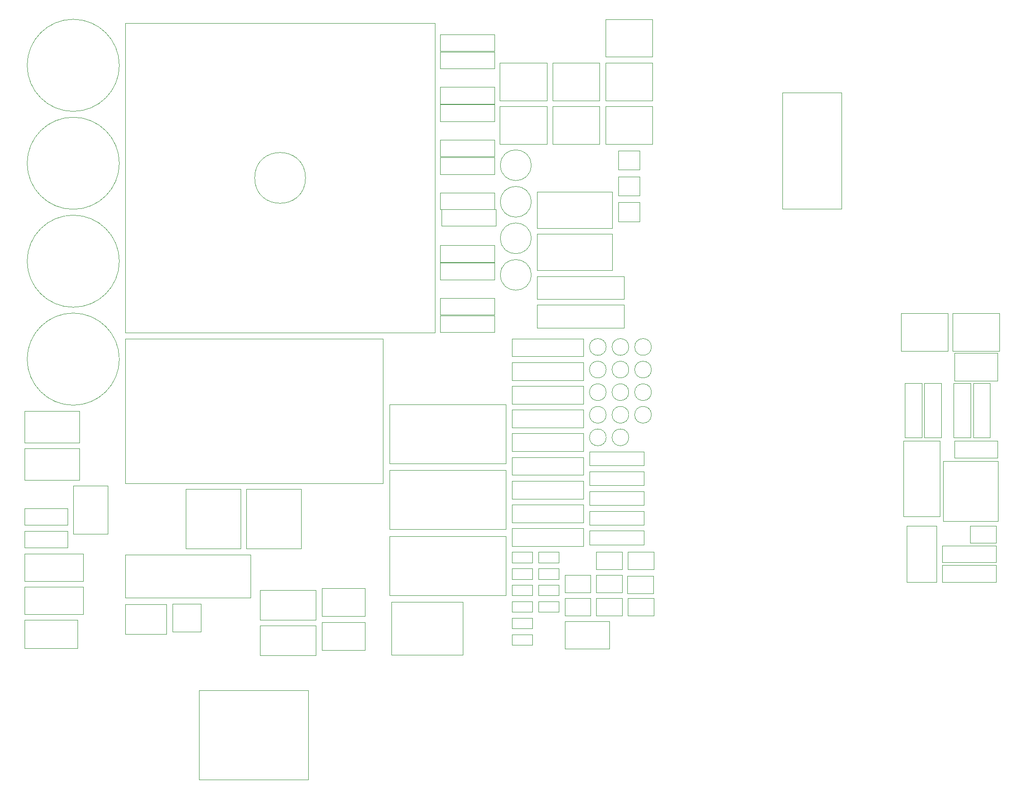
<source format=gbr>
%TF.GenerationSoftware,KiCad,Pcbnew,8.0.5*%
%TF.CreationDate,2024-09-22T13:44:18+02:00*%
%TF.ProjectId,gain_box,6761696e-5f62-46f7-982e-6b696361645f,rev?*%
%TF.SameCoordinates,Original*%
%TF.FileFunction,Other,User*%
%FSLAX46Y46*%
G04 Gerber Fmt 4.6, Leading zero omitted, Abs format (unit mm)*
G04 Created by KiCad (PCBNEW 8.0.5) date 2024-09-22 13:44:18*
%MOMM*%
%LPD*%
G01*
G04 APERTURE LIST*
%ADD10C,0.050000*%
G04 APERTURE END LIST*
D10*
%TO.C,U2*%
X79350000Y-122430000D02*
X79350000Y-133130000D01*
X79350000Y-133130000D02*
X89150000Y-133130000D01*
X89150000Y-122430000D02*
X79350000Y-122430000D01*
X89150000Y-133130000D02*
X89150000Y-122430000D01*
%TO.C,D1*%
X151650000Y-115730000D02*
X151650000Y-118230000D01*
X151650000Y-118230000D02*
X161370000Y-118230000D01*
X161370000Y-115730000D02*
X151650000Y-115730000D01*
X161370000Y-118230000D02*
X161370000Y-115730000D01*
%TO.C,C1*%
X217050000Y-98080000D02*
X217050000Y-103080000D01*
X217050000Y-103080000D02*
X224750000Y-103080000D01*
X224750000Y-98080000D02*
X217050000Y-98080000D01*
X224750000Y-103080000D02*
X224750000Y-98080000D01*
%TO.C,R17*%
X142250000Y-89460000D02*
X142250000Y-93560000D01*
X142250000Y-93560000D02*
X157850000Y-93560000D01*
X157850000Y-89460000D02*
X142250000Y-89460000D01*
X157850000Y-93560000D02*
X157850000Y-89460000D01*
%TO.C,R26*%
X137740000Y-148480000D02*
X141440000Y-148480000D01*
X137740000Y-150380000D02*
X137740000Y-148480000D01*
X141440000Y-148480000D02*
X141440000Y-150380000D01*
X141440000Y-150380000D02*
X137740000Y-150380000D01*
%TO.C,R8*%
X124950000Y-59860000D02*
X124950000Y-62860000D01*
X124950000Y-62860000D02*
X134670000Y-62860000D01*
X134670000Y-59860000D02*
X124950000Y-59860000D01*
X134670000Y-62860000D02*
X134670000Y-59860000D01*
%TO.C,R21*%
X137740000Y-142580000D02*
X141440000Y-142580000D01*
X137740000Y-144480000D02*
X137740000Y-142580000D01*
X141440000Y-142580000D02*
X141440000Y-144480000D01*
X141440000Y-144480000D02*
X137740000Y-144480000D01*
%TO.C,R3*%
X124950000Y-44110000D02*
X124950000Y-47110000D01*
X124950000Y-47110000D02*
X134670000Y-47110000D01*
X134670000Y-44110000D02*
X124950000Y-44110000D01*
X134670000Y-47110000D02*
X134670000Y-44110000D01*
%TO.C,J7*%
X154520000Y-38260000D02*
X154520000Y-45010000D01*
X154520000Y-45010000D02*
X162920000Y-45010000D01*
X162920000Y-38260000D02*
X154520000Y-38260000D01*
X162920000Y-45010000D02*
X162920000Y-38260000D01*
%TO.C,D6*%
X137740000Y-95480000D02*
X137740000Y-98680000D01*
X137740000Y-98680000D02*
X150600000Y-98680000D01*
X150600000Y-95480000D02*
X137740000Y-95480000D01*
X150600000Y-98680000D02*
X150600000Y-95480000D01*
%TO.C,R29*%
X142490000Y-139630000D02*
X146190000Y-139630000D01*
X142490000Y-141530000D02*
X142490000Y-139630000D01*
X146190000Y-139630000D02*
X146190000Y-141530000D01*
X146190000Y-141530000D02*
X142490000Y-141530000D01*
%TO.C,J11*%
X116195000Y-142660000D02*
X116195000Y-152160000D01*
X116195000Y-152160000D02*
X129015000Y-152160000D01*
X129015000Y-142660000D02*
X116195000Y-142660000D01*
X129015000Y-152160000D02*
X129015000Y-142660000D01*
%TO.C,RV1*%
X208480000Y-129065000D02*
X208480000Y-139095000D01*
X208480000Y-139095000D02*
X213810000Y-139095000D01*
X213810000Y-129065000D02*
X208480000Y-129065000D01*
X213810000Y-139095000D02*
X213810000Y-129065000D01*
%TO.C,R15*%
X124950000Y-81910000D02*
X124950000Y-84910000D01*
X124950000Y-84910000D02*
X134670000Y-84910000D01*
X134670000Y-81910000D02*
X124950000Y-81910000D01*
X134670000Y-84910000D02*
X134670000Y-81910000D01*
%TO.C,F1*%
X68500000Y-134180000D02*
X68500000Y-141880000D01*
X68500000Y-134180000D02*
X90940000Y-134180000D01*
X90940000Y-141880000D02*
X68500000Y-141880000D01*
X90940000Y-141880000D02*
X90940000Y-134180000D01*
%TO.C,C6*%
X50480000Y-129960000D02*
X50480000Y-132960000D01*
X50480000Y-132960000D02*
X58180000Y-132960000D01*
X58180000Y-129960000D02*
X50480000Y-129960000D01*
X58180000Y-132960000D02*
X58180000Y-129960000D01*
%TO.C,R7*%
X220400000Y-103470000D02*
X220400000Y-113190000D01*
X220400000Y-113190000D02*
X223400000Y-113190000D01*
X223400000Y-103470000D02*
X220400000Y-103470000D01*
X223400000Y-113190000D02*
X223400000Y-103470000D01*
%TO.C,TP2*%
X154650000Y-101030000D02*
G75*
G02*
X151650000Y-101030000I-1500000J0D01*
G01*
X151650000Y-101030000D02*
G75*
G02*
X154650000Y-101030000I1500000J0D01*
G01*
%TO.C,TP13*%
X162750000Y-105080000D02*
G75*
G02*
X159750000Y-105080000I-1500000J0D01*
G01*
X159750000Y-105080000D02*
G75*
G02*
X162750000Y-105080000I1500000J0D01*
G01*
%TO.C,K1*%
X186210000Y-72220000D02*
X186210000Y-51420000D01*
X186210000Y-72220000D02*
X196810000Y-72220000D01*
X196810000Y-51420000D02*
X186210000Y-51420000D01*
X196810000Y-51420000D02*
X196810000Y-72220000D01*
%TO.C,R13*%
X211650000Y-103470000D02*
X211650000Y-113190000D01*
X211650000Y-113190000D02*
X214650000Y-113190000D01*
X214650000Y-103470000D02*
X211650000Y-103470000D01*
X214650000Y-113190000D02*
X214650000Y-103470000D01*
%TO.C,D14*%
X137740000Y-129480000D02*
X137740000Y-132680000D01*
X137740000Y-132680000D02*
X150600000Y-132680000D01*
X150600000Y-129480000D02*
X137740000Y-129480000D01*
X150600000Y-132680000D02*
X150600000Y-129480000D01*
%TO.C,R6*%
X124950000Y-53560000D02*
X124950000Y-56560000D01*
X124950000Y-56560000D02*
X134670000Y-56560000D01*
X134670000Y-53560000D02*
X124950000Y-53560000D01*
X134670000Y-56560000D02*
X134670000Y-53560000D01*
%TO.C,TP8*%
X158700000Y-105080000D02*
G75*
G02*
X155700000Y-105080000I-1500000J0D01*
G01*
X155700000Y-105080000D02*
G75*
G02*
X158700000Y-105080000I1500000J0D01*
G01*
%TO.C,TP6*%
X158700000Y-96980000D02*
G75*
G02*
X155700000Y-96980000I-1500000J0D01*
G01*
X155700000Y-96980000D02*
G75*
G02*
X158700000Y-96980000I1500000J0D01*
G01*
%TO.C,C18*%
X158540000Y-142030000D02*
X158540000Y-145130000D01*
X158540000Y-145130000D02*
X163140000Y-145130000D01*
X163140000Y-142030000D02*
X158540000Y-142030000D01*
X163140000Y-145130000D02*
X163140000Y-142030000D01*
%TO.C,J5*%
X145070000Y-46060000D02*
X145070000Y-52810000D01*
X145070000Y-52810000D02*
X153470000Y-52810000D01*
X153470000Y-46060000D02*
X145070000Y-46060000D01*
X153470000Y-52810000D02*
X153470000Y-46060000D01*
%TO.C,TP9*%
X158700000Y-109130000D02*
G75*
G02*
X155700000Y-109130000I-1500000J0D01*
G01*
X155700000Y-109130000D02*
G75*
G02*
X158700000Y-109130000I1500000J0D01*
G01*
%TO.C,C25*%
X141209775Y-70960000D02*
G75*
G02*
X135709775Y-70960000I-2750000J0D01*
G01*
X135709775Y-70960000D02*
G75*
G02*
X141209775Y-70960000I2750000J0D01*
G01*
%TO.C,TP1*%
X154650000Y-96980000D02*
G75*
G02*
X151650000Y-96980000I-1500000J0D01*
G01*
X151650000Y-96980000D02*
G75*
G02*
X154650000Y-96980000I1500000J0D01*
G01*
%TO.C,C9*%
X142250000Y-76760000D02*
X142250000Y-83260000D01*
X142250000Y-83260000D02*
X155750000Y-83260000D01*
X155750000Y-76760000D02*
X142250000Y-76760000D01*
X155750000Y-83260000D02*
X155750000Y-76760000D01*
%TO.C,C12*%
X147240000Y-142030000D02*
X147240000Y-145130000D01*
X147240000Y-145130000D02*
X151840000Y-145130000D01*
X151840000Y-142030000D02*
X147240000Y-142030000D01*
X151840000Y-145130000D02*
X151840000Y-142030000D01*
%TO.C,R14*%
X124950000Y-78760000D02*
X124950000Y-81760000D01*
X124950000Y-81760000D02*
X134670000Y-81760000D01*
X134670000Y-78760000D02*
X124950000Y-78760000D01*
X134670000Y-81760000D02*
X134670000Y-78760000D01*
%TO.C,U1*%
X215000000Y-117480000D02*
X215000000Y-128180000D01*
X215000000Y-128180000D02*
X224800000Y-128180000D01*
X224800000Y-117480000D02*
X215000000Y-117480000D01*
X224800000Y-128180000D02*
X224800000Y-117480000D01*
%TO.C,R1*%
X216900000Y-103470000D02*
X216900000Y-113190000D01*
X216900000Y-113190000D02*
X219900000Y-113190000D01*
X219900000Y-103470000D02*
X216900000Y-103470000D01*
X219900000Y-113190000D02*
X219900000Y-103470000D01*
%TO.C,C21*%
X67454491Y-64060000D02*
G75*
G02*
X50954491Y-64060000I-8250000J0D01*
G01*
X50954491Y-64060000D02*
G75*
G02*
X67454491Y-64060000I8250000J0D01*
G01*
%TO.C,TP4*%
X154650000Y-109130000D02*
G75*
G02*
X151650000Y-109130000I-1500000J0D01*
G01*
X151650000Y-109130000D02*
G75*
G02*
X154650000Y-109130000I1500000J0D01*
G01*
%TO.C,D2*%
X151650000Y-119280000D02*
X151650000Y-121780000D01*
X151650000Y-121780000D02*
X161370000Y-121780000D01*
X161370000Y-119280000D02*
X151650000Y-119280000D01*
X161370000Y-121780000D02*
X161370000Y-119280000D01*
%TO.C,C17*%
X158480000Y-138030000D02*
X158480000Y-141130000D01*
X158480000Y-141130000D02*
X163080000Y-141130000D01*
X163080000Y-138030000D02*
X158480000Y-138030000D01*
X163080000Y-141130000D02*
X163080000Y-138030000D01*
%TO.C,C26*%
X141209775Y-77510000D02*
G75*
G02*
X135709775Y-77510000I-2750000J0D01*
G01*
X135709775Y-77510000D02*
G75*
G02*
X141209775Y-77510000I2750000J0D01*
G01*
%TO.C,U10*%
X50480000Y-115160000D02*
X50480000Y-120810000D01*
X50480000Y-120810000D02*
X60280000Y-120810000D01*
X60280000Y-115160000D02*
X50480000Y-115160000D01*
X60280000Y-120810000D02*
X60280000Y-115160000D01*
%TO.C,R12*%
X125160000Y-72300000D02*
X125160000Y-75300000D01*
X125160000Y-75300000D02*
X134880000Y-75300000D01*
X134880000Y-72300000D02*
X125160000Y-72300000D01*
X134880000Y-75300000D02*
X134880000Y-72300000D01*
%TO.C,C16*%
X158540000Y-133730000D02*
X158540000Y-136830000D01*
X158540000Y-136830000D02*
X163140000Y-136830000D01*
X163140000Y-133730000D02*
X158540000Y-133730000D01*
X163140000Y-136830000D02*
X163140000Y-133730000D01*
%TO.C,TP3*%
X154650000Y-105080000D02*
G75*
G02*
X151650000Y-105080000I-1500000J0D01*
G01*
X151650000Y-105080000D02*
G75*
G02*
X154650000Y-105080000I1500000J0D01*
G01*
%TO.C,J8*%
X154520000Y-46060000D02*
X154520000Y-52810000D01*
X154520000Y-52810000D02*
X162920000Y-52810000D01*
X162920000Y-46060000D02*
X154520000Y-46060000D01*
X162920000Y-52810000D02*
X162920000Y-46060000D01*
%TO.C,TP10*%
X158700000Y-113180000D02*
G75*
G02*
X155700000Y-113180000I-1500000J0D01*
G01*
X155700000Y-113180000D02*
G75*
G02*
X158700000Y-113180000I1500000J0D01*
G01*
%TO.C,R5*%
X124950000Y-50410000D02*
X124950000Y-53410000D01*
X124950000Y-53410000D02*
X134670000Y-53410000D01*
X134670000Y-50410000D02*
X124950000Y-50410000D01*
X134670000Y-53410000D02*
X134670000Y-50410000D01*
%TO.C,C11*%
X147240000Y-137880000D02*
X147240000Y-140980000D01*
X147240000Y-140980000D02*
X151840000Y-140980000D01*
X151840000Y-137880000D02*
X147240000Y-137880000D01*
X151840000Y-140980000D02*
X151840000Y-137880000D01*
%TO.C,Q3*%
X156800000Y-71085000D02*
X156800000Y-74485000D01*
X156800000Y-74485000D02*
X160640000Y-74485000D01*
X160640000Y-71085000D02*
X156800000Y-71085000D01*
X160640000Y-74485000D02*
X160640000Y-71085000D01*
%TO.C,D11*%
X137740000Y-116730000D02*
X137740000Y-119930000D01*
X137740000Y-119930000D02*
X150600000Y-119930000D01*
X150600000Y-116730000D02*
X137740000Y-116730000D01*
X150600000Y-119930000D02*
X150600000Y-116730000D01*
%TO.C,K4*%
X81690000Y-158545000D02*
X101290000Y-158545000D01*
X81690000Y-174545000D02*
X81690000Y-158545000D01*
X101290000Y-158545000D02*
X101290000Y-174545000D01*
X101290000Y-174545000D02*
X81690000Y-174545000D01*
%TO.C,R4*%
X208150000Y-103470000D02*
X208150000Y-113190000D01*
X208150000Y-113190000D02*
X211150000Y-113190000D01*
X211150000Y-103470000D02*
X208150000Y-103470000D01*
X211150000Y-113190000D02*
X211150000Y-103470000D01*
%TO.C,U4*%
X50480000Y-134010000D02*
X50480000Y-138920000D01*
X50480000Y-138920000D02*
X60980000Y-138920000D01*
X60980000Y-134010000D02*
X50480000Y-134010000D01*
X60980000Y-138920000D02*
X60980000Y-134010000D01*
%TO.C,R18*%
X137740000Y-133730000D02*
X141440000Y-133730000D01*
X137740000Y-135630000D02*
X137740000Y-133730000D01*
X141440000Y-133730000D02*
X141440000Y-135630000D01*
X141440000Y-135630000D02*
X137740000Y-135630000D01*
%TO.C,R24*%
X124950000Y-91360000D02*
X124950000Y-94360000D01*
X124950000Y-94360000D02*
X134670000Y-94360000D01*
X134670000Y-91360000D02*
X124950000Y-91360000D01*
X134670000Y-94360000D02*
X134670000Y-91360000D01*
%TO.C,R27*%
X142490000Y-133730000D02*
X146190000Y-133730000D01*
X142490000Y-135630000D02*
X142490000Y-133730000D01*
X146190000Y-133730000D02*
X146190000Y-135630000D01*
X146190000Y-135630000D02*
X142490000Y-135630000D01*
%TO.C,T1*%
X68500000Y-38935000D02*
X68500000Y-94435000D01*
X68500000Y-94435000D02*
X124000000Y-94435000D01*
X124000000Y-38935000D02*
X68500000Y-38935000D01*
X124000000Y-94435000D02*
X124000000Y-38935000D01*
X100800000Y-66685000D02*
G75*
G02*
X91700000Y-66685000I-4550000J0D01*
G01*
X91700000Y-66685000D02*
G75*
G02*
X100800000Y-66685000I4550000J0D01*
G01*
%TO.C,J2*%
X135620000Y-46060000D02*
X135620000Y-52810000D01*
X135620000Y-52810000D02*
X144020000Y-52810000D01*
X144020000Y-46060000D02*
X135620000Y-46060000D01*
X144020000Y-52810000D02*
X144020000Y-46060000D01*
%TO.C,RV2*%
X92650000Y-140560000D02*
X92650000Y-145890000D01*
X92650000Y-145890000D02*
X102680000Y-145890000D01*
X102680000Y-140560000D02*
X92650000Y-140560000D01*
X102680000Y-145890000D02*
X102680000Y-140560000D01*
%TO.C,D5*%
X151650000Y-129930000D02*
X151650000Y-132430000D01*
X151650000Y-132430000D02*
X161370000Y-132430000D01*
X161370000Y-129930000D02*
X151650000Y-129930000D01*
X161370000Y-132430000D02*
X161370000Y-129930000D01*
%TO.C,C7*%
X207900000Y-113830000D02*
X207900000Y-127330000D01*
X207900000Y-127330000D02*
X214400000Y-127330000D01*
X214400000Y-113830000D02*
X207900000Y-113830000D01*
X214400000Y-127330000D02*
X214400000Y-113830000D01*
%TO.C,R20*%
X137740000Y-139630000D02*
X141440000Y-139630000D01*
X137740000Y-141530000D02*
X137740000Y-139630000D01*
X141440000Y-139630000D02*
X141440000Y-141530000D01*
X141440000Y-141530000D02*
X137740000Y-141530000D01*
%TO.C,J4*%
X207450000Y-90930000D02*
X207450000Y-97680000D01*
X207450000Y-97680000D02*
X215850000Y-97680000D01*
X215850000Y-90930000D02*
X207450000Y-90930000D01*
X215850000Y-97680000D02*
X215850000Y-90930000D01*
%TO.C,D4*%
X151650000Y-126380000D02*
X151650000Y-128880000D01*
X151650000Y-128880000D02*
X161370000Y-128880000D01*
X161370000Y-126380000D02*
X151650000Y-126380000D01*
X161370000Y-128880000D02*
X161370000Y-126380000D01*
%TO.C,J9*%
X154520000Y-53860000D02*
X154520000Y-60610000D01*
X154520000Y-60610000D02*
X162920000Y-60610000D01*
X162920000Y-53860000D02*
X154520000Y-53860000D01*
X162920000Y-60610000D02*
X162920000Y-53860000D01*
%TO.C,C8*%
X142250000Y-69210000D02*
X142250000Y-75710000D01*
X142250000Y-75710000D02*
X155750000Y-75710000D01*
X155750000Y-69210000D02*
X142250000Y-69210000D01*
X155750000Y-75710000D02*
X155750000Y-69210000D01*
%TO.C,TP11*%
X162750000Y-96980000D02*
G75*
G02*
X159750000Y-96980000I-1500000J0D01*
G01*
X159750000Y-96980000D02*
G75*
G02*
X162750000Y-96980000I1500000J0D01*
G01*
%TO.C,U6*%
X76950000Y-148005000D02*
X76950000Y-143005000D01*
X76950000Y-148005000D02*
X82050000Y-148005000D01*
X82050000Y-143005000D02*
X76950000Y-143005000D01*
X82050000Y-143005000D02*
X82050000Y-148005000D01*
%TO.C,C20*%
X67454491Y-46510000D02*
G75*
G02*
X50954491Y-46510000I-8250000J0D01*
G01*
X50954491Y-46510000D02*
G75*
G02*
X67454491Y-46510000I8250000J0D01*
G01*
%TO.C,D3*%
X151650000Y-122830000D02*
X151650000Y-125330000D01*
X151650000Y-125330000D02*
X161370000Y-125330000D01*
X161370000Y-122830000D02*
X151650000Y-122830000D01*
X161370000Y-125330000D02*
X161370000Y-122830000D01*
%TO.C,R9*%
X124950000Y-63010000D02*
X124950000Y-66010000D01*
X124950000Y-66010000D02*
X134670000Y-66010000D01*
X134670000Y-63010000D02*
X124950000Y-63010000D01*
X134670000Y-66010000D02*
X134670000Y-63010000D01*
%TO.C,R30*%
X142490000Y-142580000D02*
X146190000Y-142580000D01*
X142490000Y-144480000D02*
X142490000Y-142580000D01*
X146190000Y-142580000D02*
X146190000Y-144480000D01*
X146190000Y-144480000D02*
X142490000Y-144480000D01*
%TO.C,D13*%
X137740000Y-125230000D02*
X137740000Y-128430000D01*
X137740000Y-128430000D02*
X150600000Y-128430000D01*
X150600000Y-125230000D02*
X137740000Y-125230000D01*
X150600000Y-128430000D02*
X150600000Y-125230000D01*
%TO.C,D9*%
X137740000Y-108230000D02*
X137740000Y-111430000D01*
X137740000Y-111430000D02*
X150600000Y-111430000D01*
X150600000Y-108230000D02*
X137740000Y-108230000D01*
X150600000Y-111430000D02*
X150600000Y-108230000D01*
%TO.C,C3*%
X103730000Y-146280000D02*
X103730000Y-151280000D01*
X103730000Y-151280000D02*
X111430000Y-151280000D01*
X111430000Y-146280000D02*
X103730000Y-146280000D01*
X111430000Y-151280000D02*
X111430000Y-146280000D01*
%TO.C,C22*%
X67454491Y-81610000D02*
G75*
G02*
X50954491Y-81610000I-8250000J0D01*
G01*
X50954491Y-81610000D02*
G75*
G02*
X67454491Y-81610000I8250000J0D01*
G01*
%TO.C,U9*%
X50480000Y-108460000D02*
X50480000Y-114110000D01*
X50480000Y-114110000D02*
X60280000Y-114110000D01*
X60280000Y-108460000D02*
X50480000Y-108460000D01*
X60280000Y-114110000D02*
X60280000Y-108460000D01*
%TO.C,TP7*%
X158700000Y-101030000D02*
G75*
G02*
X155700000Y-101030000I-1500000J0D01*
G01*
X155700000Y-101030000D02*
G75*
G02*
X158700000Y-101030000I1500000J0D01*
G01*
%TO.C,R16*%
X142250000Y-84310000D02*
X142250000Y-88410000D01*
X142250000Y-88410000D02*
X157850000Y-88410000D01*
X157850000Y-84310000D02*
X142250000Y-84310000D01*
X157850000Y-88410000D02*
X157850000Y-84310000D01*
%TO.C,D7*%
X137740000Y-99730000D02*
X137740000Y-102930000D01*
X137740000Y-102930000D02*
X150600000Y-102930000D01*
X150600000Y-99730000D02*
X137740000Y-99730000D01*
X150600000Y-102930000D02*
X150600000Y-99730000D01*
%TO.C,D8*%
X137740000Y-103980000D02*
X137740000Y-107180000D01*
X137740000Y-107180000D02*
X150600000Y-107180000D01*
X150600000Y-103980000D02*
X137740000Y-103980000D01*
X150600000Y-107180000D02*
X150600000Y-103980000D01*
%TO.C,C10*%
X219850000Y-129030000D02*
X219850000Y-132130000D01*
X219850000Y-132130000D02*
X224450000Y-132130000D01*
X224450000Y-129030000D02*
X219850000Y-129030000D01*
X224450000Y-132130000D02*
X224450000Y-129030000D01*
%TO.C,J10*%
X59230000Y-121860000D02*
X59230000Y-130510000D01*
X59230000Y-130510000D02*
X65380000Y-130510000D01*
X65380000Y-121860000D02*
X59230000Y-121860000D01*
X65380000Y-130510000D02*
X65380000Y-121860000D01*
%TO.C,U7*%
X68500000Y-143060000D02*
X68500000Y-148460000D01*
X68500000Y-148460000D02*
X75900000Y-148460000D01*
X75900000Y-143060000D02*
X68500000Y-143060000D01*
X75900000Y-148460000D02*
X75900000Y-143060000D01*
%TO.C,R25*%
X137740000Y-145530000D02*
X141440000Y-145530000D01*
X137740000Y-147430000D02*
X137740000Y-145530000D01*
X141440000Y-145530000D02*
X141440000Y-147430000D01*
X141440000Y-147430000D02*
X137740000Y-147430000D01*
%TO.C,C19*%
X147240000Y-146180000D02*
X147240000Y-151080000D01*
X147240000Y-151080000D02*
X155240000Y-151080000D01*
X155240000Y-146180000D02*
X147240000Y-146180000D01*
X155240000Y-151080000D02*
X155240000Y-146180000D01*
%TO.C,U3*%
X90200000Y-122430000D02*
X90200000Y-133130000D01*
X90200000Y-133130000D02*
X100000000Y-133130000D01*
X100000000Y-122430000D02*
X90200000Y-122430000D01*
X100000000Y-133130000D02*
X100000000Y-122430000D01*
%TO.C,Q2*%
X156800000Y-66460000D02*
X156800000Y-69860000D01*
X156800000Y-69860000D02*
X160640000Y-69860000D01*
X160640000Y-66460000D02*
X156800000Y-66460000D01*
X160640000Y-69860000D02*
X160640000Y-66460000D01*
%TO.C,RV4*%
X50480000Y-145930000D02*
X50480000Y-150930000D01*
X50480000Y-145930000D02*
X59980000Y-145930000D01*
X50480000Y-150930000D02*
X59980000Y-150930000D01*
X59980000Y-145930000D02*
X59980000Y-150930000D01*
%TO.C,D12*%
X137740000Y-120980000D02*
X137740000Y-124180000D01*
X137740000Y-124180000D02*
X150600000Y-124180000D01*
X150600000Y-120980000D02*
X137740000Y-120980000D01*
X150600000Y-124180000D02*
X150600000Y-120980000D01*
%TO.C,J3*%
X135620000Y-53860000D02*
X135620000Y-60610000D01*
X135620000Y-60610000D02*
X144020000Y-60610000D01*
X144020000Y-53860000D02*
X135620000Y-53860000D01*
X144020000Y-60610000D02*
X144020000Y-53860000D01*
%TO.C,RV3*%
X92650000Y-146940000D02*
X92650000Y-152270000D01*
X92650000Y-152270000D02*
X102680000Y-152270000D01*
X102680000Y-146940000D02*
X92650000Y-146940000D01*
X102680000Y-152270000D02*
X102680000Y-146940000D01*
%TO.C,C23*%
X67454491Y-99160000D02*
G75*
G02*
X50954491Y-99160000I-8250000J0D01*
G01*
X50954491Y-99160000D02*
G75*
G02*
X67454491Y-99160000I8250000J0D01*
G01*
%TO.C,C2*%
X103730000Y-140230000D02*
X103730000Y-145230000D01*
X103730000Y-145230000D02*
X111430000Y-145230000D01*
X111430000Y-140230000D02*
X103730000Y-140230000D01*
X111430000Y-145230000D02*
X111430000Y-140230000D01*
%TO.C,PS1*%
X68500000Y-95480000D02*
X68500000Y-121380000D01*
X68500000Y-121380000D02*
X114700000Y-121380000D01*
X114700000Y-95480000D02*
X68500000Y-95480000D01*
X114700000Y-121380000D02*
X114700000Y-95480000D01*
%TO.C,R11*%
X124950000Y-69310000D02*
X124950000Y-72310000D01*
X124950000Y-72310000D02*
X134670000Y-72310000D01*
X134670000Y-69310000D02*
X124950000Y-69310000D01*
X134670000Y-72310000D02*
X134670000Y-69310000D01*
%TO.C,J1*%
X216700000Y-90930000D02*
X216700000Y-97680000D01*
X216700000Y-97680000D02*
X225100000Y-97680000D01*
X225100000Y-90930000D02*
X216700000Y-90930000D01*
X225100000Y-97680000D02*
X225100000Y-90930000D01*
%TO.C,D10*%
X137740000Y-112480000D02*
X137740000Y-115680000D01*
X137740000Y-115680000D02*
X150600000Y-115680000D01*
X150600000Y-112480000D02*
X137740000Y-112480000D01*
X150600000Y-115680000D02*
X150600000Y-112480000D01*
%TO.C,TP5*%
X154650000Y-113180000D02*
G75*
G02*
X151650000Y-113180000I-1500000J0D01*
G01*
X151650000Y-113180000D02*
G75*
G02*
X154650000Y-113180000I1500000J0D01*
G01*
%TO.C,C5*%
X50480000Y-125910000D02*
X50480000Y-128910000D01*
X50480000Y-128910000D02*
X58180000Y-128910000D01*
X58180000Y-125910000D02*
X50480000Y-125910000D01*
X58180000Y-128910000D02*
X58180000Y-125910000D01*
%TO.C,C13*%
X152890000Y-133730000D02*
X152890000Y-136830000D01*
X152890000Y-136830000D02*
X157490000Y-136830000D01*
X157490000Y-133730000D02*
X152890000Y-133730000D01*
X157490000Y-136830000D02*
X157490000Y-133730000D01*
%TO.C,R10*%
X214790000Y-136080000D02*
X214790000Y-139080000D01*
X214790000Y-139080000D02*
X224510000Y-139080000D01*
X224510000Y-136080000D02*
X214790000Y-136080000D01*
X224510000Y-139080000D02*
X224510000Y-136080000D01*
%TO.C,J6*%
X145070000Y-53860000D02*
X145070000Y-60610000D01*
X145070000Y-60610000D02*
X153470000Y-60610000D01*
X153470000Y-53860000D02*
X145070000Y-53860000D01*
X153470000Y-60610000D02*
X153470000Y-53860000D01*
%TO.C,K2*%
X115895000Y-107275000D02*
X115895000Y-117875000D01*
X115895000Y-107275000D02*
X136695000Y-107275000D01*
X136695000Y-117875000D02*
X115895000Y-117875000D01*
X136695000Y-117875000D02*
X136695000Y-107275000D01*
%TO.C,R19*%
X137740000Y-136680000D02*
X141440000Y-136680000D01*
X137740000Y-138580000D02*
X137740000Y-136680000D01*
X141440000Y-136680000D02*
X141440000Y-138580000D01*
X141440000Y-138580000D02*
X137740000Y-138580000D01*
%TO.C,K3*%
X115895000Y-119070000D02*
X115895000Y-129670000D01*
X115895000Y-119070000D02*
X136695000Y-119070000D01*
X136695000Y-129670000D02*
X115895000Y-129670000D01*
X136695000Y-129670000D02*
X136695000Y-119070000D01*
%TO.C,C15*%
X152890000Y-142030000D02*
X152890000Y-145130000D01*
X152890000Y-145130000D02*
X157490000Y-145130000D01*
X157490000Y-142030000D02*
X152890000Y-142030000D01*
X157490000Y-145130000D02*
X157490000Y-142030000D01*
%TO.C,R22*%
X214790000Y-132580000D02*
X214790000Y-135580000D01*
X214790000Y-135580000D02*
X224510000Y-135580000D01*
X224510000Y-132580000D02*
X214790000Y-132580000D01*
X224510000Y-135580000D02*
X224510000Y-132580000D01*
%TO.C,U5*%
X50480000Y-139970000D02*
X50480000Y-144880000D01*
X50480000Y-144880000D02*
X60980000Y-144880000D01*
X60980000Y-139970000D02*
X50480000Y-139970000D01*
X60980000Y-144880000D02*
X60980000Y-139970000D01*
%TO.C,R28*%
X142490000Y-136680000D02*
X146190000Y-136680000D01*
X142490000Y-138580000D02*
X142490000Y-136680000D01*
X146190000Y-136680000D02*
X146190000Y-138580000D01*
X146190000Y-138580000D02*
X142490000Y-138580000D01*
%TO.C,C27*%
X141209775Y-84060000D02*
G75*
G02*
X135709775Y-84060000I-2750000J0D01*
G01*
X135709775Y-84060000D02*
G75*
G02*
X141209775Y-84060000I2750000J0D01*
G01*
%TO.C,C24*%
X141209775Y-64410000D02*
G75*
G02*
X135709775Y-64410000I-2750000J0D01*
G01*
X135709775Y-64410000D02*
G75*
G02*
X141209775Y-64410000I2750000J0D01*
G01*
%TO.C,R2*%
X124950000Y-40960000D02*
X124950000Y-43960000D01*
X124950000Y-43960000D02*
X134670000Y-43960000D01*
X134670000Y-40960000D02*
X124950000Y-40960000D01*
X134670000Y-43960000D02*
X134670000Y-40960000D01*
%TO.C,TP12*%
X162750000Y-101030000D02*
G75*
G02*
X159750000Y-101030000I-1500000J0D01*
G01*
X159750000Y-101030000D02*
G75*
G02*
X162750000Y-101030000I1500000J0D01*
G01*
%TO.C,R23*%
X124950000Y-88210000D02*
X124950000Y-91210000D01*
X124950000Y-91210000D02*
X134670000Y-91210000D01*
X134670000Y-88210000D02*
X124950000Y-88210000D01*
X134670000Y-91210000D02*
X134670000Y-88210000D01*
%TO.C,C14*%
X152890000Y-137880000D02*
X152890000Y-140980000D01*
X152890000Y-140980000D02*
X157490000Y-140980000D01*
X157490000Y-137880000D02*
X152890000Y-137880000D01*
X157490000Y-140980000D02*
X157490000Y-137880000D01*
%TO.C,C4*%
X217050000Y-113830000D02*
X217050000Y-116830000D01*
X217050000Y-116830000D02*
X224750000Y-116830000D01*
X224750000Y-113830000D02*
X217050000Y-113830000D01*
X224750000Y-116830000D02*
X224750000Y-113830000D01*
%TO.C,Q1*%
X156800000Y-61835000D02*
X156800000Y-65235000D01*
X156800000Y-65235000D02*
X160640000Y-65235000D01*
X160640000Y-61835000D02*
X156800000Y-61835000D01*
X160640000Y-65235000D02*
X160640000Y-61835000D01*
%TO.C,K5*%
X115895000Y-130865000D02*
X115895000Y-141465000D01*
X115895000Y-130865000D02*
X136695000Y-130865000D01*
X136695000Y-141465000D02*
X115895000Y-141465000D01*
X136695000Y-141465000D02*
X136695000Y-130865000D01*
%TO.C,TP14*%
X162750000Y-109130000D02*
G75*
G02*
X159750000Y-109130000I-1500000J0D01*
G01*
X159750000Y-109130000D02*
G75*
G02*
X162750000Y-109130000I1500000J0D01*
G01*
%TD*%
M02*

</source>
